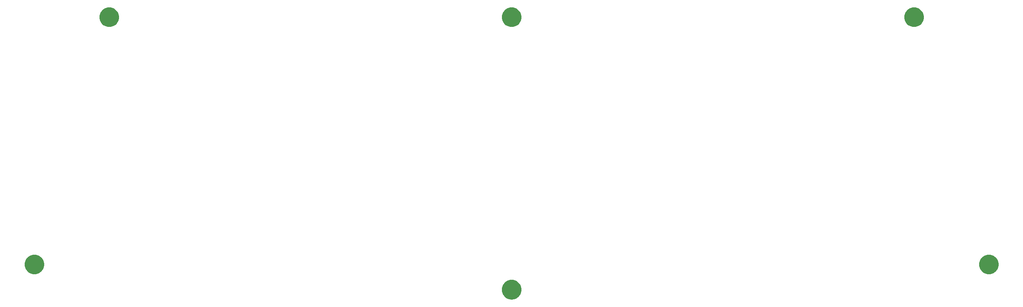
<source format=gts>
G04 #@! TF.GenerationSoftware,KiCad,Pcbnew,(5.1.5)-3*
G04 #@! TF.CreationDate,2020-03-22T08:54:41+11:00*
G04 #@! TF.ProjectId,discipline-pcb,64697363-6970-46c6-996e-652d7063622e,rev?*
G04 #@! TF.SameCoordinates,Original*
G04 #@! TF.FileFunction,Soldermask,Top*
G04 #@! TF.FilePolarity,Negative*
%FSLAX46Y46*%
G04 Gerber Fmt 4.6, Leading zero omitted, Abs format (unit mm)*
G04 Created by KiCad (PCBNEW (5.1.5)-3) date 2020-03-22 08:54:41*
%MOMM*%
%LPD*%
G04 APERTURE LIST*
%ADD10C,0.100000*%
G04 APERTURE END LIST*
D10*
G36*
X192360000Y-142967669D02*
G01*
X192740713Y-143043397D01*
X193150369Y-143213082D01*
X193519049Y-143459427D01*
X193832586Y-143772964D01*
X194078931Y-144141644D01*
X194248616Y-144551300D01*
X194335120Y-144986189D01*
X194335120Y-145429597D01*
X194248616Y-145864486D01*
X194078931Y-146274142D01*
X193832586Y-146642822D01*
X193519049Y-146956359D01*
X193150369Y-147202704D01*
X192740713Y-147372389D01*
X192360000Y-147448117D01*
X192305825Y-147458893D01*
X191862415Y-147458893D01*
X191808240Y-147448117D01*
X191427527Y-147372389D01*
X191017871Y-147202704D01*
X190649191Y-146956359D01*
X190335654Y-146642822D01*
X190089309Y-146274142D01*
X189919624Y-145864486D01*
X189833120Y-145429597D01*
X189833120Y-144986189D01*
X189919624Y-144551300D01*
X190089309Y-144141644D01*
X190335654Y-143772964D01*
X190649191Y-143459427D01*
X191017871Y-143213082D01*
X191427527Y-143043397D01*
X191808240Y-142967669D01*
X191862415Y-142956893D01*
X192305825Y-142956893D01*
X192360000Y-142967669D01*
G37*
G36*
X302000000Y-137157669D02*
G01*
X302380713Y-137233397D01*
X302790369Y-137403082D01*
X303159049Y-137649427D01*
X303472586Y-137962964D01*
X303718931Y-138331644D01*
X303888616Y-138741300D01*
X303975120Y-139176189D01*
X303975120Y-139619597D01*
X303888616Y-140054486D01*
X303718931Y-140464142D01*
X303472586Y-140832822D01*
X303159049Y-141146359D01*
X302790369Y-141392704D01*
X302380713Y-141562389D01*
X302000000Y-141638117D01*
X301945825Y-141648893D01*
X301502415Y-141648893D01*
X301448240Y-141638117D01*
X301067527Y-141562389D01*
X300657871Y-141392704D01*
X300289191Y-141146359D01*
X299975654Y-140832822D01*
X299729309Y-140464142D01*
X299559624Y-140054486D01*
X299473120Y-139619597D01*
X299473120Y-139176189D01*
X299559624Y-138741300D01*
X299729309Y-138331644D01*
X299975654Y-137962964D01*
X300289191Y-137649427D01*
X300657871Y-137403082D01*
X301067527Y-137233397D01*
X301448240Y-137157669D01*
X301502415Y-137146893D01*
X301945825Y-137146893D01*
X302000000Y-137157669D01*
G37*
G36*
X82710000Y-137157669D02*
G01*
X83090713Y-137233397D01*
X83500369Y-137403082D01*
X83869049Y-137649427D01*
X84182586Y-137962964D01*
X84428931Y-138331644D01*
X84598616Y-138741300D01*
X84685120Y-139176189D01*
X84685120Y-139619597D01*
X84598616Y-140054486D01*
X84428931Y-140464142D01*
X84182586Y-140832822D01*
X83869049Y-141146359D01*
X83500369Y-141392704D01*
X83090713Y-141562389D01*
X82710000Y-141638117D01*
X82655825Y-141648893D01*
X82212415Y-141648893D01*
X82158240Y-141638117D01*
X81777527Y-141562389D01*
X81367871Y-141392704D01*
X80999191Y-141146359D01*
X80685654Y-140832822D01*
X80439309Y-140464142D01*
X80269624Y-140054486D01*
X80183120Y-139619597D01*
X80183120Y-139176189D01*
X80269624Y-138741300D01*
X80439309Y-138331644D01*
X80685654Y-137962964D01*
X80999191Y-137649427D01*
X81367871Y-137403082D01*
X81777527Y-137233397D01*
X82158240Y-137157669D01*
X82212415Y-137146893D01*
X82655825Y-137146893D01*
X82710000Y-137157669D01*
G37*
G36*
X284814751Y-80307669D02*
G01*
X285195464Y-80383397D01*
X285605120Y-80553082D01*
X285973800Y-80799427D01*
X286287337Y-81112964D01*
X286533682Y-81481644D01*
X286703367Y-81891300D01*
X286789871Y-82326189D01*
X286789871Y-82769597D01*
X286703367Y-83204486D01*
X286533682Y-83614142D01*
X286287337Y-83982822D01*
X285973800Y-84296359D01*
X285605120Y-84542704D01*
X285195464Y-84712389D01*
X284814751Y-84788117D01*
X284760576Y-84798893D01*
X284317166Y-84798893D01*
X284262991Y-84788117D01*
X283882278Y-84712389D01*
X283472622Y-84542704D01*
X283103942Y-84296359D01*
X282790405Y-83982822D01*
X282544060Y-83614142D01*
X282374375Y-83204486D01*
X282287871Y-82769597D01*
X282287871Y-82326189D01*
X282374375Y-81891300D01*
X282544060Y-81481644D01*
X282790405Y-81112964D01*
X283103942Y-80799427D01*
X283472622Y-80553082D01*
X283882278Y-80383397D01*
X284262991Y-80307669D01*
X284317166Y-80296893D01*
X284760576Y-80296893D01*
X284814751Y-80307669D01*
G37*
G36*
X99900000Y-80307669D02*
G01*
X100280713Y-80383397D01*
X100690369Y-80553082D01*
X101059049Y-80799427D01*
X101372586Y-81112964D01*
X101618931Y-81481644D01*
X101788616Y-81891300D01*
X101875120Y-82326189D01*
X101875120Y-82769597D01*
X101788616Y-83204486D01*
X101618931Y-83614142D01*
X101372586Y-83982822D01*
X101059049Y-84296359D01*
X100690369Y-84542704D01*
X100280713Y-84712389D01*
X99900000Y-84788117D01*
X99845825Y-84798893D01*
X99402415Y-84798893D01*
X99348240Y-84788117D01*
X98967527Y-84712389D01*
X98557871Y-84542704D01*
X98189191Y-84296359D01*
X97875654Y-83982822D01*
X97629309Y-83614142D01*
X97459624Y-83204486D01*
X97373120Y-82769597D01*
X97373120Y-82326189D01*
X97459624Y-81891300D01*
X97629309Y-81481644D01*
X97875654Y-81112964D01*
X98189191Y-80799427D01*
X98557871Y-80553082D01*
X98967527Y-80383397D01*
X99348240Y-80307669D01*
X99402415Y-80296893D01*
X99845825Y-80296893D01*
X99900000Y-80307669D01*
G37*
G36*
X192361280Y-80307669D02*
G01*
X192741993Y-80383397D01*
X193151649Y-80553082D01*
X193520329Y-80799427D01*
X193833866Y-81112964D01*
X194080211Y-81481644D01*
X194249896Y-81891300D01*
X194336400Y-82326189D01*
X194336400Y-82769597D01*
X194249896Y-83204486D01*
X194080211Y-83614142D01*
X193833866Y-83982822D01*
X193520329Y-84296359D01*
X193151649Y-84542704D01*
X192741993Y-84712389D01*
X192361280Y-84788117D01*
X192307105Y-84798893D01*
X191863695Y-84798893D01*
X191809520Y-84788117D01*
X191428807Y-84712389D01*
X191019151Y-84542704D01*
X190650471Y-84296359D01*
X190336934Y-83982822D01*
X190090589Y-83614142D01*
X189920904Y-83204486D01*
X189834400Y-82769597D01*
X189834400Y-82326189D01*
X189920904Y-81891300D01*
X190090589Y-81481644D01*
X190336934Y-81112964D01*
X190650471Y-80799427D01*
X191019151Y-80553082D01*
X191428807Y-80383397D01*
X191809520Y-80307669D01*
X191863695Y-80296893D01*
X192307105Y-80296893D01*
X192361280Y-80307669D01*
G37*
M02*

</source>
